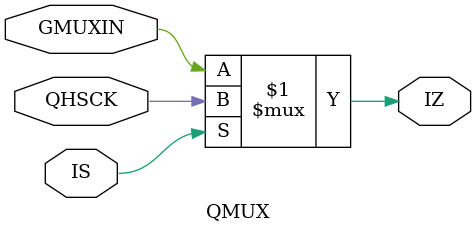
<source format=v>
`timescale 1ns/10ps

module QMUX (GMUXIN, QHSCK, IS, IZ);
    
    (* CLOCK, NO_COMB=0 *) 
    input wire GMUXIN;
    
    (* CLOCK, NO_COMB=0 *) 
    input wire QHSCK;
    input wire IS;

    //(* DELAY_CONST_GMUXIN="{iopath_GMUXIN_IZ}" *)
    //(* DELAY_CONST_QHSCK="{iopath_QHSCK_IZ}" *)
    (* DELAY_CONST_GMUXIN="1e-10" *)
    (* DELAY_CONST_QHSCK="1e-10" *)
    (* DELAY_CONST_IS="1e-10" *)  // No timing for the select pin
    (* clkbuf_driver *)
    output wire IZ;

    /*wire GMUXIN_int,  QHSCK_int, IS_int;
    buf GMUXIN_buf (GMUXIN_int, GMUXIN) ;
    buf QHSCK_buf (QHSCK_int, QHSCK) ;
    buf IS_buf (IS_int, IS) ;*/

    specify
            //if (IS == 1'b0)
                    (GMUXIN => IZ) = (0,0);
            //if (IS == 1'b1)
                    (QHSCK => IZ) = (0,0);
       //(IS => IZ) = (0,0);
    endspecify

    assign IZ = IS ? QHSCK : GMUXIN; 

endmodule 

</source>
